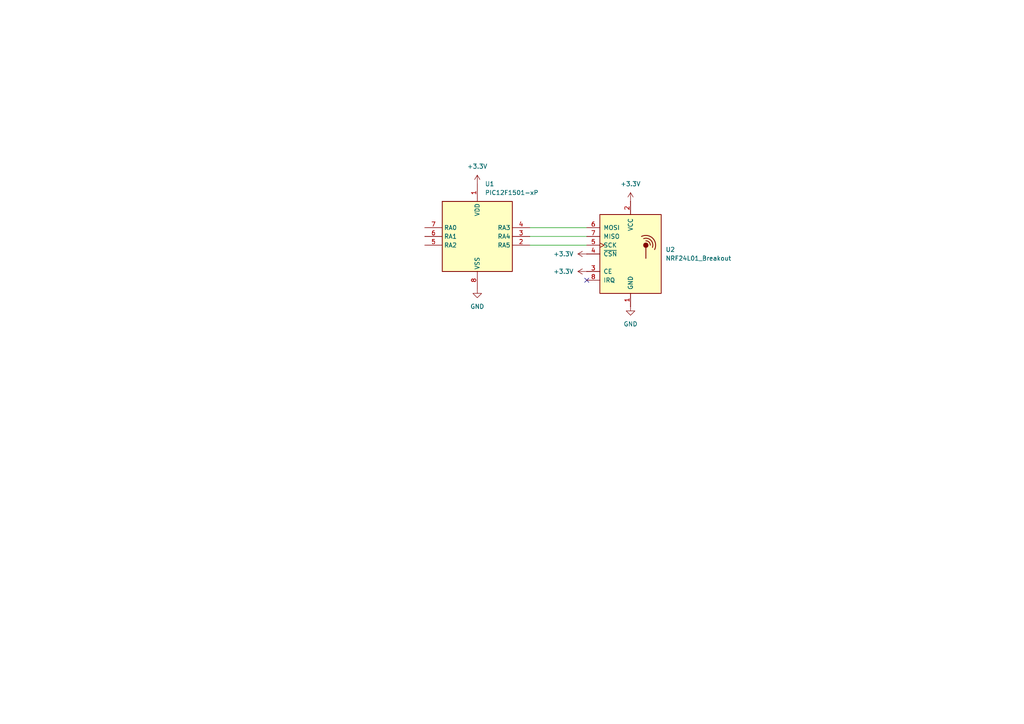
<source format=kicad_sch>
(kicad_sch
	(version 20231120)
	(generator "eeschema")
	(generator_version "8.0")
	(uuid "234e0340-f69a-4400-80a5-91e7204dda97")
	(paper "A4")
	(lib_symbols
		(symbol "MCU_Microchip_PIC12:PIC12F1501-xP"
			(exclude_from_sim no)
			(in_bom yes)
			(on_board yes)
			(property "Reference" "U"
				(at 1.27 13.97 0)
				(effects
					(font
						(size 1.27 1.27)
					)
					(justify left)
				)
			)
			(property "Value" "PIC12F1501-xP"
				(at 1.27 11.43 0)
				(effects
					(font
						(size 1.27 1.27)
					)
					(justify left)
				)
			)
			(property "Footprint" "Package_DIP:DIP-8_W7.62mm"
				(at 1.27 -12.065 0)
				(effects
					(font
						(size 1.27 1.27)
						(italic yes)
					)
					(justify left)
					(hide yes)
				)
			)
			(property "Datasheet" "https://ww1.microchip.com/downloads/en/DeviceDoc/41615A.pdf"
				(at 1.27 -14.605 0)
				(effects
					(font
						(size 1.27 1.27)
					)
					(justify left)
					(hide yes)
				)
			)
			(property "Description" "1024W FLASH, 64B SRAM, PDIP-8"
				(at 0 0 0)
				(effects
					(font
						(size 1.27 1.27)
					)
					(hide yes)
				)
			)
			(property "ki_keywords" "FLASH-Based 8-Bit CMOS Microcontroller Low Power"
				(at 0 0 0)
				(effects
					(font
						(size 1.27 1.27)
					)
					(hide yes)
				)
			)
			(property "ki_fp_filters" "DIP*W7.62mm*"
				(at 0 0 0)
				(effects
					(font
						(size 1.27 1.27)
					)
					(hide yes)
				)
			)
			(symbol "PIC12F1501-xP_0_1"
				(rectangle
					(start 10.16 -10.16)
					(end -10.16 10.16)
					(stroke
						(width 0.254)
						(type default)
					)
					(fill
						(type background)
					)
				)
			)
			(symbol "PIC12F1501-xP_1_1"
				(pin power_in line
					(at 0 15.24 270)
					(length 5.08)
					(name "VDD"
						(effects
							(font
								(size 1.27 1.27)
							)
						)
					)
					(number "1"
						(effects
							(font
								(size 1.27 1.27)
							)
						)
					)
				)
				(pin bidirectional line
					(at 15.24 -2.54 180)
					(length 5.08)
					(name "RA5"
						(effects
							(font
								(size 1.27 1.27)
							)
						)
					)
					(number "2"
						(effects
							(font
								(size 1.27 1.27)
							)
						)
					)
				)
				(pin bidirectional line
					(at 15.24 0 180)
					(length 5.08)
					(name "RA4"
						(effects
							(font
								(size 1.27 1.27)
							)
						)
					)
					(number "3"
						(effects
							(font
								(size 1.27 1.27)
							)
						)
					)
				)
				(pin input line
					(at 15.24 2.54 180)
					(length 5.08)
					(name "RA3"
						(effects
							(font
								(size 1.27 1.27)
							)
						)
					)
					(number "4"
						(effects
							(font
								(size 1.27 1.27)
							)
						)
					)
				)
				(pin bidirectional line
					(at -15.24 -2.54 0)
					(length 5.08)
					(name "RA2"
						(effects
							(font
								(size 1.27 1.27)
							)
						)
					)
					(number "5"
						(effects
							(font
								(size 1.27 1.27)
							)
						)
					)
				)
				(pin bidirectional line
					(at -15.24 0 0)
					(length 5.08)
					(name "RA1"
						(effects
							(font
								(size 1.27 1.27)
							)
						)
					)
					(number "6"
						(effects
							(font
								(size 1.27 1.27)
							)
						)
					)
				)
				(pin bidirectional line
					(at -15.24 2.54 0)
					(length 5.08)
					(name "RA0"
						(effects
							(font
								(size 1.27 1.27)
							)
						)
					)
					(number "7"
						(effects
							(font
								(size 1.27 1.27)
							)
						)
					)
				)
				(pin power_in line
					(at 0 -15.24 90)
					(length 5.08)
					(name "VSS"
						(effects
							(font
								(size 1.27 1.27)
							)
						)
					)
					(number "8"
						(effects
							(font
								(size 1.27 1.27)
							)
						)
					)
				)
			)
		)
		(symbol "RF:NRF24L01_Breakout"
			(pin_names
				(offset 1.016)
			)
			(exclude_from_sim no)
			(in_bom yes)
			(on_board yes)
			(property "Reference" "U"
				(at -8.89 12.7 0)
				(effects
					(font
						(size 1.27 1.27)
					)
					(justify left)
				)
			)
			(property "Value" "NRF24L01_Breakout"
				(at 3.81 12.7 0)
				(effects
					(font
						(size 1.27 1.27)
					)
					(justify left)
				)
			)
			(property "Footprint" "RF_Module:nRF24L01_Breakout"
				(at 3.81 15.24 0)
				(effects
					(font
						(size 1.27 1.27)
						(italic yes)
					)
					(justify left)
					(hide yes)
				)
			)
			(property "Datasheet" "http://www.nordicsemi.com/eng/content/download/2730/34105/file/nRF24L01_Product_Specification_v2_0.pdf"
				(at 0 -2.54 0)
				(effects
					(font
						(size 1.27 1.27)
					)
					(hide yes)
				)
			)
			(property "Description" "Ultra low power 2.4GHz RF Transceiver, Carrier PCB"
				(at 0 0 0)
				(effects
					(font
						(size 1.27 1.27)
					)
					(hide yes)
				)
			)
			(property "ki_keywords" "Low Power RF Transceiver breakout carrier"
				(at 0 0 0)
				(effects
					(font
						(size 1.27 1.27)
					)
					(hide yes)
				)
			)
			(property "ki_fp_filters" "nRF24L01*Breakout*"
				(at 0 0 0)
				(effects
					(font
						(size 1.27 1.27)
					)
					(hide yes)
				)
			)
			(symbol "NRF24L01_Breakout_0_1"
				(rectangle
					(start -8.89 11.43)
					(end 8.89 -11.43)
					(stroke
						(width 0.254)
						(type default)
					)
					(fill
						(type background)
					)
				)
				(polyline
					(pts
						(xy 4.445 1.905) (xy 4.445 -1.27)
					)
					(stroke
						(width 0.254)
						(type default)
					)
					(fill
						(type none)
					)
				)
				(circle
					(center 4.445 2.54)
					(radius 0.635)
					(stroke
						(width 0.254)
						(type default)
					)
					(fill
						(type outline)
					)
				)
				(arc
					(start 5.715 2.54)
					(mid 5.3521 3.4546)
					(end 4.445 3.81)
					(stroke
						(width 0.254)
						(type default)
					)
					(fill
						(type none)
					)
				)
				(arc
					(start 6.35 1.905)
					(mid 5.8763 3.9854)
					(end 3.81 4.445)
					(stroke
						(width 0.254)
						(type default)
					)
					(fill
						(type none)
					)
				)
				(arc
					(start 6.985 1.27)
					(mid 6.453 4.548)
					(end 3.175 5.08)
					(stroke
						(width 0.254)
						(type default)
					)
					(fill
						(type none)
					)
				)
			)
			(symbol "NRF24L01_Breakout_1_1"
				(pin power_in line
					(at 0 -15.24 90)
					(length 3.81)
					(name "GND"
						(effects
							(font
								(size 1.27 1.27)
							)
						)
					)
					(number "1"
						(effects
							(font
								(size 1.27 1.27)
							)
						)
					)
				)
				(pin power_in line
					(at 0 15.24 270)
					(length 3.81)
					(name "VCC"
						(effects
							(font
								(size 1.27 1.27)
							)
						)
					)
					(number "2"
						(effects
							(font
								(size 1.27 1.27)
							)
						)
					)
				)
				(pin input line
					(at -12.7 -5.08 0)
					(length 3.81)
					(name "CE"
						(effects
							(font
								(size 1.27 1.27)
							)
						)
					)
					(number "3"
						(effects
							(font
								(size 1.27 1.27)
							)
						)
					)
				)
				(pin input line
					(at -12.7 0 0)
					(length 3.81)
					(name "~{CSN}"
						(effects
							(font
								(size 1.27 1.27)
							)
						)
					)
					(number "4"
						(effects
							(font
								(size 1.27 1.27)
							)
						)
					)
				)
				(pin input clock
					(at -12.7 2.54 0)
					(length 3.81)
					(name "SCK"
						(effects
							(font
								(size 1.27 1.27)
							)
						)
					)
					(number "5"
						(effects
							(font
								(size 1.27 1.27)
							)
						)
					)
				)
				(pin input line
					(at -12.7 7.62 0)
					(length 3.81)
					(name "MOSI"
						(effects
							(font
								(size 1.27 1.27)
							)
						)
					)
					(number "6"
						(effects
							(font
								(size 1.27 1.27)
							)
						)
					)
				)
				(pin output line
					(at -12.7 5.08 0)
					(length 3.81)
					(name "MISO"
						(effects
							(font
								(size 1.27 1.27)
							)
						)
					)
					(number "7"
						(effects
							(font
								(size 1.27 1.27)
							)
						)
					)
				)
				(pin output line
					(at -12.7 -7.62 0)
					(length 3.81)
					(name "IRQ"
						(effects
							(font
								(size 1.27 1.27)
							)
						)
					)
					(number "8"
						(effects
							(font
								(size 1.27 1.27)
							)
						)
					)
				)
			)
		)
		(symbol "power:+3.3V"
			(power)
			(pin_numbers hide)
			(pin_names
				(offset 0) hide)
			(exclude_from_sim no)
			(in_bom yes)
			(on_board yes)
			(property "Reference" "#PWR"
				(at 0 -3.81 0)
				(effects
					(font
						(size 1.27 1.27)
					)
					(hide yes)
				)
			)
			(property "Value" "+3.3V"
				(at 0 3.556 0)
				(effects
					(font
						(size 1.27 1.27)
					)
				)
			)
			(property "Footprint" ""
				(at 0 0 0)
				(effects
					(font
						(size 1.27 1.27)
					)
					(hide yes)
				)
			)
			(property "Datasheet" ""
				(at 0 0 0)
				(effects
					(font
						(size 1.27 1.27)
					)
					(hide yes)
				)
			)
			(property "Description" "Power symbol creates a global label with name \"+3.3V\""
				(at 0 0 0)
				(effects
					(font
						(size 1.27 1.27)
					)
					(hide yes)
				)
			)
			(property "ki_keywords" "global power"
				(at 0 0 0)
				(effects
					(font
						(size 1.27 1.27)
					)
					(hide yes)
				)
			)
			(symbol "+3.3V_0_1"
				(polyline
					(pts
						(xy -0.762 1.27) (xy 0 2.54)
					)
					(stroke
						(width 0)
						(type default)
					)
					(fill
						(type none)
					)
				)
				(polyline
					(pts
						(xy 0 0) (xy 0 2.54)
					)
					(stroke
						(width 0)
						(type default)
					)
					(fill
						(type none)
					)
				)
				(polyline
					(pts
						(xy 0 2.54) (xy 0.762 1.27)
					)
					(stroke
						(width 0)
						(type default)
					)
					(fill
						(type none)
					)
				)
			)
			(symbol "+3.3V_1_1"
				(pin power_in line
					(at 0 0 90)
					(length 0)
					(name "~"
						(effects
							(font
								(size 1.27 1.27)
							)
						)
					)
					(number "1"
						(effects
							(font
								(size 1.27 1.27)
							)
						)
					)
				)
			)
		)
		(symbol "power:GND"
			(power)
			(pin_numbers hide)
			(pin_names
				(offset 0) hide)
			(exclude_from_sim no)
			(in_bom yes)
			(on_board yes)
			(property "Reference" "#PWR"
				(at 0 -6.35 0)
				(effects
					(font
						(size 1.27 1.27)
					)
					(hide yes)
				)
			)
			(property "Value" "GND"
				(at 0 -3.81 0)
				(effects
					(font
						(size 1.27 1.27)
					)
				)
			)
			(property "Footprint" ""
				(at 0 0 0)
				(effects
					(font
						(size 1.27 1.27)
					)
					(hide yes)
				)
			)
			(property "Datasheet" ""
				(at 0 0 0)
				(effects
					(font
						(size 1.27 1.27)
					)
					(hide yes)
				)
			)
			(property "Description" "Power symbol creates a global label with name \"GND\" , ground"
				(at 0 0 0)
				(effects
					(font
						(size 1.27 1.27)
					)
					(hide yes)
				)
			)
			(property "ki_keywords" "global power"
				(at 0 0 0)
				(effects
					(font
						(size 1.27 1.27)
					)
					(hide yes)
				)
			)
			(symbol "GND_0_1"
				(polyline
					(pts
						(xy 0 0) (xy 0 -1.27) (xy 1.27 -1.27) (xy 0 -2.54) (xy -1.27 -1.27) (xy 0 -1.27)
					)
					(stroke
						(width 0)
						(type default)
					)
					(fill
						(type none)
					)
				)
			)
			(symbol "GND_1_1"
				(pin power_in line
					(at 0 0 270)
					(length 0)
					(name "~"
						(effects
							(font
								(size 1.27 1.27)
							)
						)
					)
					(number "1"
						(effects
							(font
								(size 1.27 1.27)
							)
						)
					)
				)
			)
		)
	)
	(no_connect
		(at 170.18 81.28)
		(uuid "ddc1d731-baf7-4d67-92df-eb2b42c045f2")
	)
	(wire
		(pts
			(xy 170.18 71.12) (xy 153.67 71.12)
		)
		(stroke
			(width 0)
			(type default)
		)
		(uuid "bfb1cedf-be31-4e59-b658-a1ef3024ce26")
	)
	(wire
		(pts
			(xy 170.18 66.04) (xy 153.67 66.04)
		)
		(stroke
			(width 0)
			(type default)
		)
		(uuid "bfc6048d-ee8a-4409-97c5-66a0a34684d7")
	)
	(wire
		(pts
			(xy 170.18 68.58) (xy 153.67 68.58)
		)
		(stroke
			(width 0)
			(type default)
		)
		(uuid "de40a666-91cc-47fc-aead-34721c75bc64")
	)
	(symbol
		(lib_id "power:+3.3V")
		(at 170.18 78.74 90)
		(unit 1)
		(exclude_from_sim no)
		(in_bom yes)
		(on_board yes)
		(dnp no)
		(fields_autoplaced yes)
		(uuid "13afab93-45c8-442b-8c76-548ce514d109")
		(property "Reference" "#PWR05"
			(at 173.99 78.74 0)
			(effects
				(font
					(size 1.27 1.27)
				)
				(hide yes)
			)
		)
		(property "Value" "+3.3V"
			(at 166.37 78.7399 90)
			(effects
				(font
					(size 1.27 1.27)
				)
				(justify left)
			)
		)
		(property "Footprint" ""
			(at 170.18 78.74 0)
			(effects
				(font
					(size 1.27 1.27)
				)
				(hide yes)
			)
		)
		(property "Datasheet" ""
			(at 170.18 78.74 0)
			(effects
				(font
					(size 1.27 1.27)
				)
				(hide yes)
			)
		)
		(property "Description" "Power symbol creates a global label with name \"+3.3V\""
			(at 170.18 78.74 0)
			(effects
				(font
					(size 1.27 1.27)
				)
				(hide yes)
			)
		)
		(pin "1"
			(uuid "5b9c16c3-d6b0-49a2-9e91-d85036df9bcc")
		)
		(instances
			(project "schema"
				(path "/234e0340-f69a-4400-80a5-91e7204dda97"
					(reference "#PWR05")
					(unit 1)
				)
			)
		)
	)
	(symbol
		(lib_id "power:GND")
		(at 182.88 88.9 0)
		(unit 1)
		(exclude_from_sim no)
		(in_bom yes)
		(on_board yes)
		(dnp no)
		(fields_autoplaced yes)
		(uuid "4162ca4c-08e2-48ad-9f56-8352abb14edb")
		(property "Reference" "#PWR04"
			(at 182.88 95.25 0)
			(effects
				(font
					(size 1.27 1.27)
				)
				(hide yes)
			)
		)
		(property "Value" "GND"
			(at 182.88 93.98 0)
			(effects
				(font
					(size 1.27 1.27)
				)
			)
		)
		(property "Footprint" ""
			(at 182.88 88.9 0)
			(effects
				(font
					(size 1.27 1.27)
				)
				(hide yes)
			)
		)
		(property "Datasheet" ""
			(at 182.88 88.9 0)
			(effects
				(font
					(size 1.27 1.27)
				)
				(hide yes)
			)
		)
		(property "Description" "Power symbol creates a global label with name \"GND\" , ground"
			(at 182.88 88.9 0)
			(effects
				(font
					(size 1.27 1.27)
				)
				(hide yes)
			)
		)
		(pin "1"
			(uuid "c0791f07-b988-40f0-be54-e74807be4c2f")
		)
		(instances
			(project ""
				(path "/234e0340-f69a-4400-80a5-91e7204dda97"
					(reference "#PWR04")
					(unit 1)
				)
			)
		)
	)
	(symbol
		(lib_id "power:GND")
		(at 138.43 83.82 0)
		(unit 1)
		(exclude_from_sim no)
		(in_bom yes)
		(on_board yes)
		(dnp no)
		(fields_autoplaced yes)
		(uuid "62be79f9-e7b4-4301-90f7-20f5d30cb658")
		(property "Reference" "#PWR01"
			(at 138.43 90.17 0)
			(effects
				(font
					(size 1.27 1.27)
				)
				(hide yes)
			)
		)
		(property "Value" "GND"
			(at 138.43 88.9 0)
			(effects
				(font
					(size 1.27 1.27)
				)
			)
		)
		(property "Footprint" ""
			(at 138.43 83.82 0)
			(effects
				(font
					(size 1.27 1.27)
				)
				(hide yes)
			)
		)
		(property "Datasheet" ""
			(at 138.43 83.82 0)
			(effects
				(font
					(size 1.27 1.27)
				)
				(hide yes)
			)
		)
		(property "Description" "Power symbol creates a global label with name \"GND\" , ground"
			(at 138.43 83.82 0)
			(effects
				(font
					(size 1.27 1.27)
				)
				(hide yes)
			)
		)
		(pin "1"
			(uuid "4db04940-dc15-49a7-8bcd-baf90c5fd5b7")
		)
		(instances
			(project ""
				(path "/234e0340-f69a-4400-80a5-91e7204dda97"
					(reference "#PWR01")
					(unit 1)
				)
			)
		)
	)
	(symbol
		(lib_id "power:+3.3V")
		(at 182.88 58.42 0)
		(unit 1)
		(exclude_from_sim no)
		(in_bom yes)
		(on_board yes)
		(dnp no)
		(fields_autoplaced yes)
		(uuid "7581404b-2701-4629-b36c-7ba41dbe40cf")
		(property "Reference" "#PWR03"
			(at 182.88 62.23 0)
			(effects
				(font
					(size 1.27 1.27)
				)
				(hide yes)
			)
		)
		(property "Value" "+3.3V"
			(at 182.88 53.34 0)
			(effects
				(font
					(size 1.27 1.27)
				)
			)
		)
		(property "Footprint" ""
			(at 182.88 58.42 0)
			(effects
				(font
					(size 1.27 1.27)
				)
				(hide yes)
			)
		)
		(property "Datasheet" ""
			(at 182.88 58.42 0)
			(effects
				(font
					(size 1.27 1.27)
				)
				(hide yes)
			)
		)
		(property "Description" "Power symbol creates a global label with name \"+3.3V\""
			(at 182.88 58.42 0)
			(effects
				(font
					(size 1.27 1.27)
				)
				(hide yes)
			)
		)
		(pin "1"
			(uuid "903e0a3d-e499-488a-89d9-233ac4253f1b")
		)
		(instances
			(project ""
				(path "/234e0340-f69a-4400-80a5-91e7204dda97"
					(reference "#PWR03")
					(unit 1)
				)
			)
		)
	)
	(symbol
		(lib_id "power:+3.3V")
		(at 170.18 73.66 90)
		(unit 1)
		(exclude_from_sim no)
		(in_bom yes)
		(on_board yes)
		(dnp no)
		(fields_autoplaced yes)
		(uuid "7b050b70-efe8-4890-9e5e-8abebc91efe4")
		(property "Reference" "#PWR06"
			(at 173.99 73.66 0)
			(effects
				(font
					(size 1.27 1.27)
				)
				(hide yes)
			)
		)
		(property "Value" "+3.3V"
			(at 166.37 73.6599 90)
			(effects
				(font
					(size 1.27 1.27)
				)
				(justify left)
			)
		)
		(property "Footprint" ""
			(at 170.18 73.66 0)
			(effects
				(font
					(size 1.27 1.27)
				)
				(hide yes)
			)
		)
		(property "Datasheet" ""
			(at 170.18 73.66 0)
			(effects
				(font
					(size 1.27 1.27)
				)
				(hide yes)
			)
		)
		(property "Description" "Power symbol creates a global label with name \"+3.3V\""
			(at 170.18 73.66 0)
			(effects
				(font
					(size 1.27 1.27)
				)
				(hide yes)
			)
		)
		(pin "1"
			(uuid "a09f7ffd-bc44-4c09-8f05-9072398bb55d")
		)
		(instances
			(project "schema"
				(path "/234e0340-f69a-4400-80a5-91e7204dda97"
					(reference "#PWR06")
					(unit 1)
				)
			)
		)
	)
	(symbol
		(lib_id "RF:NRF24L01_Breakout")
		(at 182.88 73.66 0)
		(unit 1)
		(exclude_from_sim no)
		(in_bom yes)
		(on_board yes)
		(dnp no)
		(fields_autoplaced yes)
		(uuid "b1af44b5-57a0-4974-966f-422d861d8f18")
		(property "Reference" "U2"
			(at 193.04 72.3899 0)
			(effects
				(font
					(size 1.27 1.27)
				)
				(justify left)
			)
		)
		(property "Value" "NRF24L01_Breakout"
			(at 193.04 74.9299 0)
			(effects
				(font
					(size 1.27 1.27)
				)
				(justify left)
			)
		)
		(property "Footprint" "RF_Module:nRF24L01_Breakout"
			(at 186.69 58.42 0)
			(effects
				(font
					(size 1.27 1.27)
					(italic yes)
				)
				(justify left)
				(hide yes)
			)
		)
		(property "Datasheet" "http://www.nordicsemi.com/eng/content/download/2730/34105/file/nRF24L01_Product_Specification_v2_0.pdf"
			(at 182.88 76.2 0)
			(effects
				(font
					(size 1.27 1.27)
				)
				(hide yes)
			)
		)
		(property "Description" "Ultra low power 2.4GHz RF Transceiver, Carrier PCB"
			(at 182.88 73.66 0)
			(effects
				(font
					(size 1.27 1.27)
				)
				(hide yes)
			)
		)
		(pin "1"
			(uuid "aae4c84d-2df8-4605-8fe7-d43ae2dd296b")
		)
		(pin "2"
			(uuid "d016174c-f84c-4a26-9164-c5964230be10")
		)
		(pin "3"
			(uuid "33fa2a8e-6ab3-4836-a24f-dc306e7de701")
		)
		(pin "4"
			(uuid "18ba36bc-59c7-4e23-8cea-b379bd6da5f8")
		)
		(pin "5"
			(uuid "c6014af0-9a73-4dee-b809-b7844cd68487")
		)
		(pin "6"
			(uuid "054b3c90-d44c-4107-8c66-847b8ec441cf")
		)
		(pin "8"
			(uuid "5112208a-cf5e-4e5e-a6cf-cb52e90fd3f7")
		)
		(pin "7"
			(uuid "d06f2d1f-6de8-44e0-ad7b-3f46741f2d99")
		)
		(instances
			(project ""
				(path "/234e0340-f69a-4400-80a5-91e7204dda97"
					(reference "U2")
					(unit 1)
				)
			)
		)
	)
	(symbol
		(lib_id "MCU_Microchip_PIC12:PIC12F1501-xP")
		(at 138.43 68.58 0)
		(unit 1)
		(exclude_from_sim no)
		(in_bom yes)
		(on_board yes)
		(dnp no)
		(fields_autoplaced yes)
		(uuid "c46c85ff-e3a6-4b46-8684-a77f835961ed")
		(property "Reference" "U1"
			(at 140.6241 53.34 0)
			(effects
				(font
					(size 1.27 1.27)
				)
				(justify left)
			)
		)
		(property "Value" "PIC12F1501-xP"
			(at 140.6241 55.88 0)
			(effects
				(font
					(size 1.27 1.27)
				)
				(justify left)
			)
		)
		(property "Footprint" "Package_DIP:DIP-8_W7.62mm"
			(at 139.7 80.645 0)
			(effects
				(font
					(size 1.27 1.27)
					(italic yes)
				)
				(justify left)
				(hide yes)
			)
		)
		(property "Datasheet" "https://ww1.microchip.com/downloads/en/DeviceDoc/41615A.pdf"
			(at 139.7 83.185 0)
			(effects
				(font
					(size 1.27 1.27)
				)
				(justify left)
				(hide yes)
			)
		)
		(property "Description" "1024W FLASH, 64B SRAM, PDIP-8"
			(at 138.43 68.58 0)
			(effects
				(font
					(size 1.27 1.27)
				)
				(hide yes)
			)
		)
		(pin "6"
			(uuid "9c6b4b25-8191-43b7-86d1-00e7e38641b7")
		)
		(pin "7"
			(uuid "c27e4061-098b-4f9c-ad84-398e3bba9a03")
		)
		(pin "2"
			(uuid "23bd4c28-5e47-4ee5-a0dd-135d3539d320")
		)
		(pin "3"
			(uuid "ffefb00f-0ba9-47ec-8dfb-bcc3b4bd0aa7")
		)
		(pin "1"
			(uuid "ed83fb55-418b-4019-a71a-88ffefa44895")
		)
		(pin "8"
			(uuid "65b4261e-a7fa-4b80-ab0f-9ea9599b413e")
		)
		(pin "5"
			(uuid "d01b3d25-cf7c-421b-bbbd-d42d60d7962d")
		)
		(pin "4"
			(uuid "51e1ebf3-f948-4112-8d96-8c6e596b73cc")
		)
		(instances
			(project ""
				(path "/234e0340-f69a-4400-80a5-91e7204dda97"
					(reference "U1")
					(unit 1)
				)
			)
		)
	)
	(symbol
		(lib_id "power:+3.3V")
		(at 138.43 53.34 0)
		(unit 1)
		(exclude_from_sim no)
		(in_bom yes)
		(on_board yes)
		(dnp no)
		(fields_autoplaced yes)
		(uuid "e20da4a5-ce01-4203-b633-989d17acf8f3")
		(property "Reference" "#PWR02"
			(at 138.43 57.15 0)
			(effects
				(font
					(size 1.27 1.27)
				)
				(hide yes)
			)
		)
		(property "Value" "+3.3V"
			(at 138.43 48.26 0)
			(effects
				(font
					(size 1.27 1.27)
				)
			)
		)
		(property "Footprint" ""
			(at 138.43 53.34 0)
			(effects
				(font
					(size 1.27 1.27)
				)
				(hide yes)
			)
		)
		(property "Datasheet" ""
			(at 138.43 53.34 0)
			(effects
				(font
					(size 1.27 1.27)
				)
				(hide yes)
			)
		)
		(property "Description" "Power symbol creates a global label with name \"+3.3V\""
			(at 138.43 53.34 0)
			(effects
				(font
					(size 1.27 1.27)
				)
				(hide yes)
			)
		)
		(pin "1"
			(uuid "47ecc32b-98c1-49d8-ae7b-68f90062fa6a")
		)
		(instances
			(project ""
				(path "/234e0340-f69a-4400-80a5-91e7204dda97"
					(reference "#PWR02")
					(unit 1)
				)
			)
		)
	)
	(sheet_instances
		(path "/"
			(page "1")
		)
	)
)

</source>
